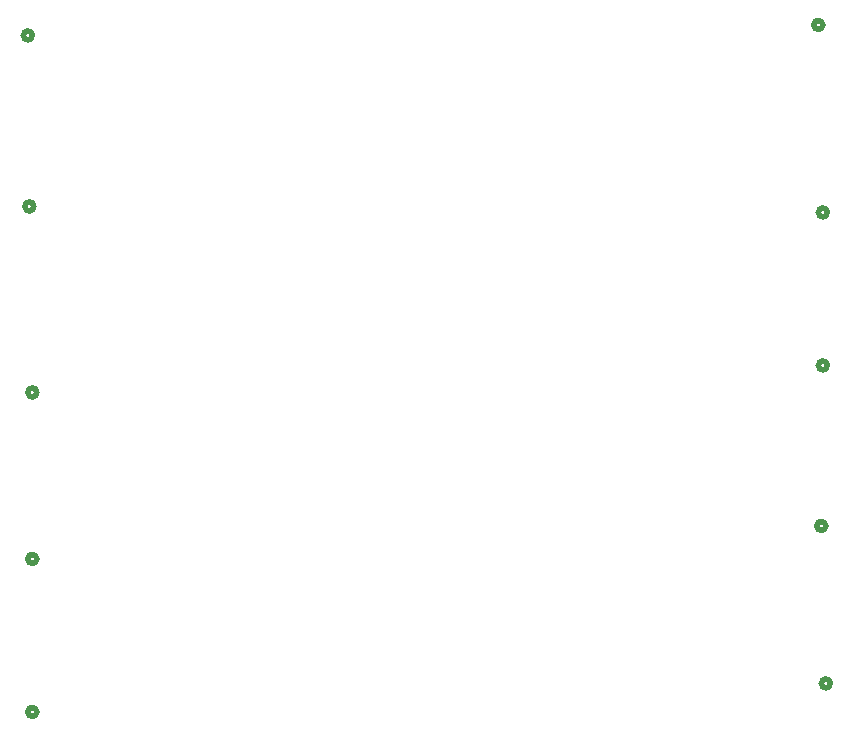
<source format=gbo>
G04*
G04 #@! TF.GenerationSoftware,Altium Limited,Altium Designer,22.10.1 (41)*
G04*
G04 Layer_Color=32896*
%FSLAX25Y25*%
%MOIN*%
G70*
G04*
G04 #@! TF.SameCoordinates,D8DE2597-0232-48C6-990D-D127052A737A*
G04*
G04*
G04 #@! TF.FilePolarity,Positive*
G04*
G01*
G75*
%ADD13C,0.02000*%
D13*
X331500Y101000D02*
G03*
X331500Y101000I-1500J0D01*
G01*
X332000Y205500D02*
G03*
X332000Y205500I-1500J0D01*
G01*
X68500Y39000D02*
G03*
X68500Y39000I-1500J0D01*
G01*
Y145500D02*
G03*
X68500Y145500I-1500J0D01*
G01*
Y90000D02*
G03*
X68500Y90000I-1500J0D01*
G01*
X67500Y207500D02*
G03*
X67500Y207500I-1500J0D01*
G01*
X67000Y264500D02*
G03*
X67000Y264500I-1500J0D01*
G01*
X333000Y48500D02*
G03*
X333000Y48500I-1500J0D01*
G01*
X330500Y268000D02*
G03*
X330500Y268000I-1500J0D01*
G01*
X332000Y154500D02*
G03*
X332000Y154500I-1500J0D01*
G01*
M02*

</source>
